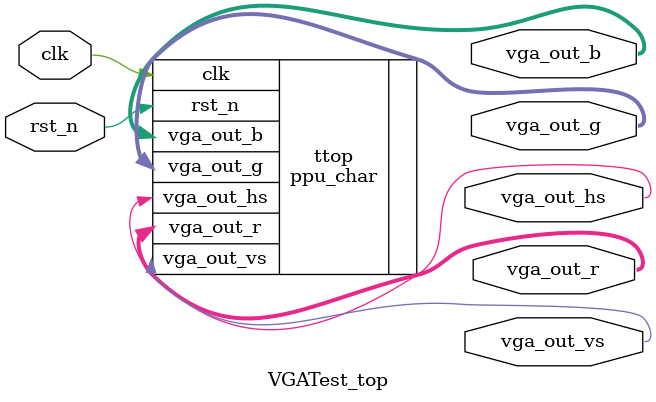
<source format=sv>

`default_nettype none
`timescale 1ns / 1ps

module VGATest_top (
    input  wire logic clk,      		    // 50 MHz clock
    input  wire logic rst_n,            // reset button
    output      logic vga_out_hs,       // VGA horizontal sync
    output      logic vga_out_vs,       // VGA vertical sync
    //output    logic dvi_de,         // DVI data enable
    output      logic [4:0] vga_out_r,  // 4-bit VGA red
    output      logic [5:0] vga_out_g,  // 4-bit VGA green
    output      logic [4:0] vga_out_b   // 4-bit VGA blue
    );

	 
	 ppu_char ttop(
		.clk,
		.rst_n,
		.vga_out_hs,
		.vga_out_vs,
		.vga_out_r,
		.vga_out_g,
		.vga_out_b
	);
endmodule

</source>
